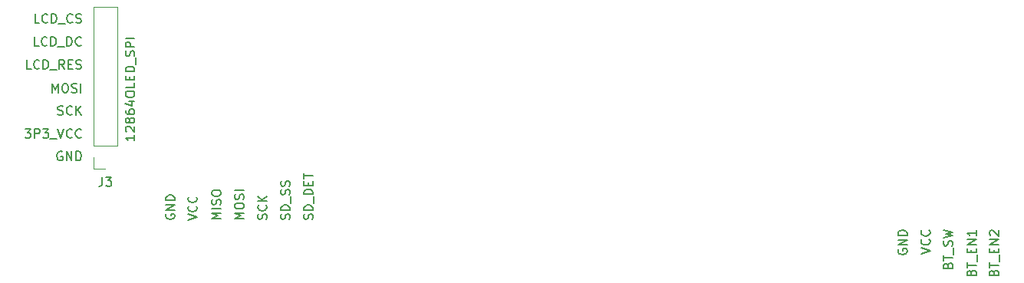
<source format=gto>
G04 #@! TF.GenerationSoftware,KiCad,Pcbnew,5.1.5-52549c5~84~ubuntu18.04.1*
G04 #@! TF.CreationDate,2020-03-25T12:32:36-07:00*
G04 #@! TF.ProjectId,Marlin_UIBOX,4d61726c-696e-45f5-9549-424f582e6b69,rev?*
G04 #@! TF.SameCoordinates,PX55c0260PY70276d0*
G04 #@! TF.FileFunction,Legend,Top*
G04 #@! TF.FilePolarity,Positive*
%FSLAX46Y46*%
G04 Gerber Fmt 4.6, Leading zero omitted, Abs format (unit mm)*
G04 Created by KiCad (PCBNEW 5.1.5-52549c5~84~ubuntu18.04.1) date 2020-03-25 12:32:36*
%MOMM*%
%LPD*%
G04 APERTURE LIST*
%ADD10C,0.150000*%
%ADD11C,0.120000*%
G04 APERTURE END LIST*
D10*
X111498071Y1522358D02*
X111545690Y1665215D01*
X111593309Y1712834D01*
X111688547Y1760453D01*
X111831404Y1760453D01*
X111926642Y1712834D01*
X111974261Y1665215D01*
X112021880Y1569977D01*
X112021880Y1189024D01*
X111021880Y1189024D01*
X111021880Y1522358D01*
X111069500Y1617596D01*
X111117119Y1665215D01*
X111212357Y1712834D01*
X111307595Y1712834D01*
X111402833Y1665215D01*
X111450452Y1617596D01*
X111498071Y1522358D01*
X111498071Y1189024D01*
X111021880Y2046167D02*
X111021880Y2617596D01*
X112021880Y2331881D02*
X111021880Y2331881D01*
X112117119Y2712834D02*
X112117119Y3474739D01*
X111498071Y3712834D02*
X111498071Y4046167D01*
X112021880Y4189024D02*
X112021880Y3712834D01*
X111021880Y3712834D01*
X111021880Y4189024D01*
X112021880Y4617596D02*
X111021880Y4617596D01*
X112021880Y5189024D01*
X111021880Y5189024D01*
X111117119Y5617596D02*
X111069500Y5665215D01*
X111021880Y5760453D01*
X111021880Y5998548D01*
X111069500Y6093786D01*
X111117119Y6141405D01*
X111212357Y6189024D01*
X111307595Y6189024D01*
X111450452Y6141405D01*
X112021880Y5569977D01*
X112021880Y6189024D01*
X100973000Y4093786D02*
X100925380Y3998548D01*
X100925380Y3855691D01*
X100973000Y3712834D01*
X101068238Y3617596D01*
X101163476Y3569977D01*
X101353952Y3522358D01*
X101496809Y3522358D01*
X101687285Y3569977D01*
X101782523Y3617596D01*
X101877761Y3712834D01*
X101925380Y3855691D01*
X101925380Y3950929D01*
X101877761Y4093786D01*
X101830142Y4141405D01*
X101496809Y4141405D01*
X101496809Y3950929D01*
X101925380Y4569977D02*
X100925380Y4569977D01*
X101925380Y5141405D01*
X100925380Y5141405D01*
X101925380Y5617596D02*
X100925380Y5617596D01*
X100925380Y5855691D01*
X100973000Y5998548D01*
X101068238Y6093786D01*
X101163476Y6141405D01*
X101353952Y6189024D01*
X101496809Y6189024D01*
X101687285Y6141405D01*
X101782523Y6093786D01*
X101877761Y5998548D01*
X101925380Y5855691D01*
X101925380Y5617596D01*
X106418071Y2331881D02*
X106465690Y2474739D01*
X106513309Y2522358D01*
X106608547Y2569977D01*
X106751404Y2569977D01*
X106846642Y2522358D01*
X106894261Y2474739D01*
X106941880Y2379500D01*
X106941880Y1998548D01*
X105941880Y1998548D01*
X105941880Y2331881D01*
X105989500Y2427120D01*
X106037119Y2474739D01*
X106132357Y2522358D01*
X106227595Y2522358D01*
X106322833Y2474739D01*
X106370452Y2427120D01*
X106418071Y2331881D01*
X106418071Y1998548D01*
X105941880Y2855691D02*
X105941880Y3427120D01*
X106941880Y3141405D02*
X105941880Y3141405D01*
X107037119Y3522358D02*
X107037119Y4284262D01*
X106894261Y4474739D02*
X106941880Y4617596D01*
X106941880Y4855691D01*
X106894261Y4950929D01*
X106846642Y4998548D01*
X106751404Y5046167D01*
X106656166Y5046167D01*
X106560928Y4998548D01*
X106513309Y4950929D01*
X106465690Y4855691D01*
X106418071Y4665215D01*
X106370452Y4569977D01*
X106322833Y4522358D01*
X106227595Y4474739D01*
X106132357Y4474739D01*
X106037119Y4522358D01*
X105989500Y4569977D01*
X105941880Y4665215D01*
X105941880Y4903310D01*
X105989500Y5046167D01*
X105941880Y5379500D02*
X106941880Y5617596D01*
X106227595Y5808072D01*
X106941880Y5998548D01*
X105941880Y6236643D01*
X109021571Y1522358D02*
X109069190Y1665215D01*
X109116809Y1712834D01*
X109212047Y1760453D01*
X109354904Y1760453D01*
X109450142Y1712834D01*
X109497761Y1665215D01*
X109545380Y1569977D01*
X109545380Y1189024D01*
X108545380Y1189024D01*
X108545380Y1522358D01*
X108593000Y1617596D01*
X108640619Y1665215D01*
X108735857Y1712834D01*
X108831095Y1712834D01*
X108926333Y1665215D01*
X108973952Y1617596D01*
X109021571Y1522358D01*
X109021571Y1189024D01*
X108545380Y2046167D02*
X108545380Y2617596D01*
X109545380Y2331881D02*
X108545380Y2331881D01*
X109640619Y2712834D02*
X109640619Y3474739D01*
X109021571Y3712834D02*
X109021571Y4046167D01*
X109545380Y4189024D02*
X109545380Y3712834D01*
X108545380Y3712834D01*
X108545380Y4189024D01*
X109545380Y4617596D02*
X108545380Y4617596D01*
X109545380Y5189024D01*
X108545380Y5189024D01*
X109545380Y6189024D02*
X109545380Y5617596D01*
X109545380Y5903310D02*
X108545380Y5903310D01*
X108688238Y5808072D01*
X108783476Y5712834D01*
X108831095Y5617596D01*
X103465380Y3617596D02*
X104465380Y3950929D01*
X103465380Y4284262D01*
X104370142Y5189024D02*
X104417761Y5141405D01*
X104465380Y4998548D01*
X104465380Y4903310D01*
X104417761Y4760453D01*
X104322523Y4665215D01*
X104227285Y4617596D01*
X104036809Y4569977D01*
X103893952Y4569977D01*
X103703476Y4617596D01*
X103608238Y4665215D01*
X103513000Y4760453D01*
X103465380Y4903310D01*
X103465380Y4998548D01*
X103513000Y5141405D01*
X103560619Y5189024D01*
X104370142Y6189024D02*
X104417761Y6141405D01*
X104465380Y5998548D01*
X104465380Y5903310D01*
X104417761Y5760453D01*
X104322523Y5665215D01*
X104227285Y5617596D01*
X104036809Y5569977D01*
X103893952Y5569977D01*
X103703476Y5617596D01*
X103608238Y5665215D01*
X103513000Y5760453D01*
X103465380Y5903310D01*
X103465380Y5998548D01*
X103513000Y6141405D01*
X103560619Y6189024D01*
X31202261Y7399977D02*
X31249880Y7542834D01*
X31249880Y7780929D01*
X31202261Y7876167D01*
X31154642Y7923786D01*
X31059404Y7971405D01*
X30964166Y7971405D01*
X30868928Y7923786D01*
X30821309Y7876167D01*
X30773690Y7780929D01*
X30726071Y7590453D01*
X30678452Y7495215D01*
X30630833Y7447596D01*
X30535595Y7399977D01*
X30440357Y7399977D01*
X30345119Y7447596D01*
X30297500Y7495215D01*
X30249880Y7590453D01*
X30249880Y7828548D01*
X30297500Y7971405D01*
X31154642Y8971405D02*
X31202261Y8923786D01*
X31249880Y8780929D01*
X31249880Y8685691D01*
X31202261Y8542834D01*
X31107023Y8447596D01*
X31011785Y8399977D01*
X30821309Y8352358D01*
X30678452Y8352358D01*
X30487976Y8399977D01*
X30392738Y8447596D01*
X30297500Y8542834D01*
X30249880Y8685691D01*
X30249880Y8780929D01*
X30297500Y8923786D01*
X30345119Y8971405D01*
X31249880Y9399977D02*
X30249880Y9399977D01*
X31249880Y9971405D02*
X30678452Y9542834D01*
X30249880Y9971405D02*
X30821309Y9399977D01*
X26169880Y7447596D02*
X25169880Y7447596D01*
X25884166Y7780929D01*
X25169880Y8114262D01*
X26169880Y8114262D01*
X26169880Y8590453D02*
X25169880Y8590453D01*
X26122261Y9019024D02*
X26169880Y9161881D01*
X26169880Y9399977D01*
X26122261Y9495215D01*
X26074642Y9542834D01*
X25979404Y9590453D01*
X25884166Y9590453D01*
X25788928Y9542834D01*
X25741309Y9495215D01*
X25693690Y9399977D01*
X25646071Y9209500D01*
X25598452Y9114262D01*
X25550833Y9066643D01*
X25455595Y9019024D01*
X25360357Y9019024D01*
X25265119Y9066643D01*
X25217500Y9114262D01*
X25169880Y9209500D01*
X25169880Y9447596D01*
X25217500Y9590453D01*
X25169880Y10209500D02*
X25169880Y10399977D01*
X25217500Y10495215D01*
X25312738Y10590453D01*
X25503214Y10638072D01*
X25836547Y10638072D01*
X26027023Y10590453D01*
X26122261Y10495215D01*
X26169880Y10399977D01*
X26169880Y10209500D01*
X26122261Y10114262D01*
X26027023Y10019024D01*
X25836547Y9971405D01*
X25503214Y9971405D01*
X25312738Y10019024D01*
X25217500Y10114262D01*
X25169880Y10209500D01*
X22566380Y7304739D02*
X23566380Y7638072D01*
X22566380Y7971405D01*
X23471142Y8876167D02*
X23518761Y8828548D01*
X23566380Y8685691D01*
X23566380Y8590453D01*
X23518761Y8447596D01*
X23423523Y8352358D01*
X23328285Y8304739D01*
X23137809Y8257120D01*
X22994952Y8257120D01*
X22804476Y8304739D01*
X22709238Y8352358D01*
X22614000Y8447596D01*
X22566380Y8590453D01*
X22566380Y8685691D01*
X22614000Y8828548D01*
X22661619Y8876167D01*
X23471142Y9876167D02*
X23518761Y9828548D01*
X23566380Y9685691D01*
X23566380Y9590453D01*
X23518761Y9447596D01*
X23423523Y9352358D01*
X23328285Y9304739D01*
X23137809Y9257120D01*
X22994952Y9257120D01*
X22804476Y9304739D01*
X22709238Y9352358D01*
X22614000Y9447596D01*
X22566380Y9590453D01*
X22566380Y9685691D01*
X22614000Y9828548D01*
X22661619Y9876167D01*
X20137500Y7971405D02*
X20089880Y7876167D01*
X20089880Y7733310D01*
X20137500Y7590453D01*
X20232738Y7495215D01*
X20327976Y7447596D01*
X20518452Y7399977D01*
X20661309Y7399977D01*
X20851785Y7447596D01*
X20947023Y7495215D01*
X21042261Y7590453D01*
X21089880Y7733310D01*
X21089880Y7828548D01*
X21042261Y7971405D01*
X20994642Y8019024D01*
X20661309Y8019024D01*
X20661309Y7828548D01*
X21089880Y8447596D02*
X20089880Y8447596D01*
X21089880Y9019024D01*
X20089880Y9019024D01*
X21089880Y9495215D02*
X20089880Y9495215D01*
X20089880Y9733310D01*
X20137500Y9876167D01*
X20232738Y9971405D01*
X20327976Y10019024D01*
X20518452Y10066643D01*
X20661309Y10066643D01*
X20851785Y10019024D01*
X20947023Y9971405D01*
X21042261Y9876167D01*
X21089880Y9733310D01*
X21089880Y9495215D01*
X33742261Y7399977D02*
X33789880Y7542834D01*
X33789880Y7780929D01*
X33742261Y7876167D01*
X33694642Y7923786D01*
X33599404Y7971405D01*
X33504166Y7971405D01*
X33408928Y7923786D01*
X33361309Y7876167D01*
X33313690Y7780929D01*
X33266071Y7590453D01*
X33218452Y7495215D01*
X33170833Y7447596D01*
X33075595Y7399977D01*
X32980357Y7399977D01*
X32885119Y7447596D01*
X32837500Y7495215D01*
X32789880Y7590453D01*
X32789880Y7828548D01*
X32837500Y7971405D01*
X33789880Y8399977D02*
X32789880Y8399977D01*
X32789880Y8638072D01*
X32837500Y8780929D01*
X32932738Y8876167D01*
X33027976Y8923786D01*
X33218452Y8971405D01*
X33361309Y8971405D01*
X33551785Y8923786D01*
X33647023Y8876167D01*
X33742261Y8780929D01*
X33789880Y8638072D01*
X33789880Y8399977D01*
X33885119Y9161881D02*
X33885119Y9923786D01*
X33742261Y10114262D02*
X33789880Y10257120D01*
X33789880Y10495215D01*
X33742261Y10590453D01*
X33694642Y10638072D01*
X33599404Y10685691D01*
X33504166Y10685691D01*
X33408928Y10638072D01*
X33361309Y10590453D01*
X33313690Y10495215D01*
X33266071Y10304739D01*
X33218452Y10209500D01*
X33170833Y10161881D01*
X33075595Y10114262D01*
X32980357Y10114262D01*
X32885119Y10161881D01*
X32837500Y10209500D01*
X32789880Y10304739D01*
X32789880Y10542834D01*
X32837500Y10685691D01*
X33742261Y11066643D02*
X33789880Y11209500D01*
X33789880Y11447596D01*
X33742261Y11542834D01*
X33694642Y11590453D01*
X33599404Y11638072D01*
X33504166Y11638072D01*
X33408928Y11590453D01*
X33361309Y11542834D01*
X33313690Y11447596D01*
X33266071Y11257120D01*
X33218452Y11161881D01*
X33170833Y11114262D01*
X33075595Y11066643D01*
X32980357Y11066643D01*
X32885119Y11114262D01*
X32837500Y11161881D01*
X32789880Y11257120D01*
X32789880Y11495215D01*
X32837500Y11638072D01*
X28709880Y7447596D02*
X27709880Y7447596D01*
X28424166Y7780929D01*
X27709880Y8114262D01*
X28709880Y8114262D01*
X27709880Y8780929D02*
X27709880Y8971405D01*
X27757500Y9066643D01*
X27852738Y9161881D01*
X28043214Y9209500D01*
X28376547Y9209500D01*
X28567023Y9161881D01*
X28662261Y9066643D01*
X28709880Y8971405D01*
X28709880Y8780929D01*
X28662261Y8685691D01*
X28567023Y8590453D01*
X28376547Y8542834D01*
X28043214Y8542834D01*
X27852738Y8590453D01*
X27757500Y8685691D01*
X27709880Y8780929D01*
X28662261Y9590453D02*
X28709880Y9733310D01*
X28709880Y9971405D01*
X28662261Y10066643D01*
X28614642Y10114262D01*
X28519404Y10161881D01*
X28424166Y10161881D01*
X28328928Y10114262D01*
X28281309Y10066643D01*
X28233690Y9971405D01*
X28186071Y9780929D01*
X28138452Y9685691D01*
X28090833Y9638072D01*
X27995595Y9590453D01*
X27900357Y9590453D01*
X27805119Y9638072D01*
X27757500Y9685691D01*
X27709880Y9780929D01*
X27709880Y10019024D01*
X27757500Y10161881D01*
X28709880Y10590453D02*
X27709880Y10590453D01*
X36282261Y7399977D02*
X36329880Y7542834D01*
X36329880Y7780929D01*
X36282261Y7876167D01*
X36234642Y7923786D01*
X36139404Y7971405D01*
X36044166Y7971405D01*
X35948928Y7923786D01*
X35901309Y7876167D01*
X35853690Y7780929D01*
X35806071Y7590453D01*
X35758452Y7495215D01*
X35710833Y7447596D01*
X35615595Y7399977D01*
X35520357Y7399977D01*
X35425119Y7447596D01*
X35377500Y7495215D01*
X35329880Y7590453D01*
X35329880Y7828548D01*
X35377500Y7971405D01*
X36329880Y8399977D02*
X35329880Y8399977D01*
X35329880Y8638072D01*
X35377500Y8780929D01*
X35472738Y8876167D01*
X35567976Y8923786D01*
X35758452Y8971405D01*
X35901309Y8971405D01*
X36091785Y8923786D01*
X36187023Y8876167D01*
X36282261Y8780929D01*
X36329880Y8638072D01*
X36329880Y8399977D01*
X36425119Y9161881D02*
X36425119Y9923786D01*
X36329880Y10161881D02*
X35329880Y10161881D01*
X35329880Y10399977D01*
X35377500Y10542834D01*
X35472738Y10638072D01*
X35567976Y10685691D01*
X35758452Y10733310D01*
X35901309Y10733310D01*
X36091785Y10685691D01*
X36187023Y10638072D01*
X36282261Y10542834D01*
X36329880Y10399977D01*
X36329880Y10161881D01*
X35806071Y11161881D02*
X35806071Y11495215D01*
X36329880Y11638072D02*
X36329880Y11161881D01*
X35329880Y11161881D01*
X35329880Y11638072D01*
X35329880Y11923786D02*
X35329880Y12495215D01*
X36329880Y12209500D02*
X35329880Y12209500D01*
X6094357Y26535120D02*
X5618166Y26535120D01*
X5618166Y27535120D01*
X6999119Y26630358D02*
X6951500Y26582739D01*
X6808642Y26535120D01*
X6713404Y26535120D01*
X6570547Y26582739D01*
X6475309Y26677977D01*
X6427690Y26773215D01*
X6380071Y26963691D01*
X6380071Y27106548D01*
X6427690Y27297024D01*
X6475309Y27392262D01*
X6570547Y27487500D01*
X6713404Y27535120D01*
X6808642Y27535120D01*
X6951500Y27487500D01*
X6999119Y27439881D01*
X7427690Y26535120D02*
X7427690Y27535120D01*
X7665785Y27535120D01*
X7808642Y27487500D01*
X7903880Y27392262D01*
X7951500Y27297024D01*
X7999119Y27106548D01*
X7999119Y26963691D01*
X7951500Y26773215D01*
X7903880Y26677977D01*
X7808642Y26582739D01*
X7665785Y26535120D01*
X7427690Y26535120D01*
X8189595Y26439881D02*
X8951500Y26439881D01*
X9189595Y26535120D02*
X9189595Y27535120D01*
X9427690Y27535120D01*
X9570547Y27487500D01*
X9665785Y27392262D01*
X9713404Y27297024D01*
X9761023Y27106548D01*
X9761023Y26963691D01*
X9713404Y26773215D01*
X9665785Y26677977D01*
X9570547Y26582739D01*
X9427690Y26535120D01*
X9189595Y26535120D01*
X10761023Y26630358D02*
X10713404Y26582739D01*
X10570547Y26535120D01*
X10475309Y26535120D01*
X10332452Y26582739D01*
X10237214Y26677977D01*
X10189595Y26773215D01*
X10141976Y26963691D01*
X10141976Y27106548D01*
X10189595Y27297024D01*
X10237214Y27392262D01*
X10332452Y27487500D01*
X10475309Y27535120D01*
X10570547Y27535120D01*
X10713404Y27487500D01*
X10761023Y27439881D01*
X5237214Y23995120D02*
X4761023Y23995120D01*
X4761023Y24995120D01*
X6141976Y24090358D02*
X6094357Y24042739D01*
X5951500Y23995120D01*
X5856261Y23995120D01*
X5713404Y24042739D01*
X5618166Y24137977D01*
X5570547Y24233215D01*
X5522928Y24423691D01*
X5522928Y24566548D01*
X5570547Y24757024D01*
X5618166Y24852262D01*
X5713404Y24947500D01*
X5856261Y24995120D01*
X5951500Y24995120D01*
X6094357Y24947500D01*
X6141976Y24899881D01*
X6570547Y23995120D02*
X6570547Y24995120D01*
X6808642Y24995120D01*
X6951500Y24947500D01*
X7046738Y24852262D01*
X7094357Y24757024D01*
X7141976Y24566548D01*
X7141976Y24423691D01*
X7094357Y24233215D01*
X7046738Y24137977D01*
X6951500Y24042739D01*
X6808642Y23995120D01*
X6570547Y23995120D01*
X7332452Y23899881D02*
X8094357Y23899881D01*
X8903880Y23995120D02*
X8570547Y24471310D01*
X8332452Y23995120D02*
X8332452Y24995120D01*
X8713404Y24995120D01*
X8808642Y24947500D01*
X8856261Y24899881D01*
X8903880Y24804643D01*
X8903880Y24661786D01*
X8856261Y24566548D01*
X8808642Y24518929D01*
X8713404Y24471310D01*
X8332452Y24471310D01*
X9332452Y24518929D02*
X9665785Y24518929D01*
X9808642Y23995120D02*
X9332452Y23995120D01*
X9332452Y24995120D01*
X9808642Y24995120D01*
X10189595Y24042739D02*
X10332452Y23995120D01*
X10570547Y23995120D01*
X10665785Y24042739D01*
X10713404Y24090358D01*
X10761023Y24185596D01*
X10761023Y24280834D01*
X10713404Y24376072D01*
X10665785Y24423691D01*
X10570547Y24471310D01*
X10380071Y24518929D01*
X10284833Y24566548D01*
X10237214Y24614167D01*
X10189595Y24709405D01*
X10189595Y24804643D01*
X10237214Y24899881D01*
X10284833Y24947500D01*
X10380071Y24995120D01*
X10618166Y24995120D01*
X10761023Y24947500D01*
X6141976Y29075120D02*
X5665785Y29075120D01*
X5665785Y30075120D01*
X7046738Y29170358D02*
X6999119Y29122739D01*
X6856261Y29075120D01*
X6761023Y29075120D01*
X6618166Y29122739D01*
X6522928Y29217977D01*
X6475309Y29313215D01*
X6427690Y29503691D01*
X6427690Y29646548D01*
X6475309Y29837024D01*
X6522928Y29932262D01*
X6618166Y30027500D01*
X6761023Y30075120D01*
X6856261Y30075120D01*
X6999119Y30027500D01*
X7046738Y29979881D01*
X7475309Y29075120D02*
X7475309Y30075120D01*
X7713404Y30075120D01*
X7856261Y30027500D01*
X7951500Y29932262D01*
X7999119Y29837024D01*
X8046738Y29646548D01*
X8046738Y29503691D01*
X7999119Y29313215D01*
X7951500Y29217977D01*
X7856261Y29122739D01*
X7713404Y29075120D01*
X7475309Y29075120D01*
X8237214Y28979881D02*
X8999119Y28979881D01*
X9808642Y29170358D02*
X9761023Y29122739D01*
X9618166Y29075120D01*
X9522928Y29075120D01*
X9380071Y29122739D01*
X9284833Y29217977D01*
X9237214Y29313215D01*
X9189595Y29503691D01*
X9189595Y29646548D01*
X9237214Y29837024D01*
X9284833Y29932262D01*
X9380071Y30027500D01*
X9522928Y30075120D01*
X9618166Y30075120D01*
X9761023Y30027500D01*
X9808642Y29979881D01*
X10189595Y29122739D02*
X10332452Y29075120D01*
X10570547Y29075120D01*
X10665785Y29122739D01*
X10713404Y29170358D01*
X10761023Y29265596D01*
X10761023Y29360834D01*
X10713404Y29456072D01*
X10665785Y29503691D01*
X10570547Y29551310D01*
X10380071Y29598929D01*
X10284833Y29646548D01*
X10237214Y29694167D01*
X10189595Y29789405D01*
X10189595Y29884643D01*
X10237214Y29979881D01*
X10284833Y30027500D01*
X10380071Y30075120D01*
X10618166Y30075120D01*
X10761023Y30027500D01*
X7570547Y21391620D02*
X7570547Y22391620D01*
X7903880Y21677334D01*
X8237214Y22391620D01*
X8237214Y21391620D01*
X8903880Y22391620D02*
X9094357Y22391620D01*
X9189595Y22344000D01*
X9284833Y22248762D01*
X9332452Y22058286D01*
X9332452Y21724953D01*
X9284833Y21534477D01*
X9189595Y21439239D01*
X9094357Y21391620D01*
X8903880Y21391620D01*
X8808642Y21439239D01*
X8713404Y21534477D01*
X8665785Y21724953D01*
X8665785Y22058286D01*
X8713404Y22248762D01*
X8808642Y22344000D01*
X8903880Y22391620D01*
X9713404Y21439239D02*
X9856261Y21391620D01*
X10094357Y21391620D01*
X10189595Y21439239D01*
X10237214Y21486858D01*
X10284833Y21582096D01*
X10284833Y21677334D01*
X10237214Y21772572D01*
X10189595Y21820191D01*
X10094357Y21867810D01*
X9903880Y21915429D01*
X9808642Y21963048D01*
X9761023Y22010667D01*
X9713404Y22105905D01*
X9713404Y22201143D01*
X9761023Y22296381D01*
X9808642Y22344000D01*
X9903880Y22391620D01*
X10141976Y22391620D01*
X10284833Y22344000D01*
X10713404Y21391620D02*
X10713404Y22391620D01*
X8189595Y18962739D02*
X8332452Y18915120D01*
X8570547Y18915120D01*
X8665785Y18962739D01*
X8713404Y19010358D01*
X8761023Y19105596D01*
X8761023Y19200834D01*
X8713404Y19296072D01*
X8665785Y19343691D01*
X8570547Y19391310D01*
X8380071Y19438929D01*
X8284833Y19486548D01*
X8237214Y19534167D01*
X8189595Y19629405D01*
X8189595Y19724643D01*
X8237214Y19819881D01*
X8284833Y19867500D01*
X8380071Y19915120D01*
X8618166Y19915120D01*
X8761023Y19867500D01*
X9761023Y19010358D02*
X9713404Y18962739D01*
X9570547Y18915120D01*
X9475309Y18915120D01*
X9332452Y18962739D01*
X9237214Y19057977D01*
X9189595Y19153215D01*
X9141976Y19343691D01*
X9141976Y19486548D01*
X9189595Y19677024D01*
X9237214Y19772262D01*
X9332452Y19867500D01*
X9475309Y19915120D01*
X9570547Y19915120D01*
X9713404Y19867500D01*
X9761023Y19819881D01*
X10189595Y18915120D02*
X10189595Y19915120D01*
X10761023Y18915120D02*
X10332452Y19486548D01*
X10761023Y19915120D02*
X10189595Y19343691D01*
X4570547Y17375120D02*
X5189595Y17375120D01*
X4856261Y16994167D01*
X4999119Y16994167D01*
X5094357Y16946548D01*
X5141976Y16898929D01*
X5189595Y16803691D01*
X5189595Y16565596D01*
X5141976Y16470358D01*
X5094357Y16422739D01*
X4999119Y16375120D01*
X4713404Y16375120D01*
X4618166Y16422739D01*
X4570547Y16470358D01*
X5618166Y16375120D02*
X5618166Y17375120D01*
X5999119Y17375120D01*
X6094357Y17327500D01*
X6141976Y17279881D01*
X6189595Y17184643D01*
X6189595Y17041786D01*
X6141976Y16946548D01*
X6094357Y16898929D01*
X5999119Y16851310D01*
X5618166Y16851310D01*
X6522928Y17375120D02*
X7141976Y17375120D01*
X6808642Y16994167D01*
X6951500Y16994167D01*
X7046738Y16946548D01*
X7094357Y16898929D01*
X7141976Y16803691D01*
X7141976Y16565596D01*
X7094357Y16470358D01*
X7046738Y16422739D01*
X6951500Y16375120D01*
X6665785Y16375120D01*
X6570547Y16422739D01*
X6522928Y16470358D01*
X7332452Y16279881D02*
X8094357Y16279881D01*
X8189595Y17375120D02*
X8522928Y16375120D01*
X8856261Y17375120D01*
X9761023Y16470358D02*
X9713404Y16422739D01*
X9570547Y16375120D01*
X9475309Y16375120D01*
X9332452Y16422739D01*
X9237214Y16517977D01*
X9189595Y16613215D01*
X9141976Y16803691D01*
X9141976Y16946548D01*
X9189595Y17137024D01*
X9237214Y17232262D01*
X9332452Y17327500D01*
X9475309Y17375120D01*
X9570547Y17375120D01*
X9713404Y17327500D01*
X9761023Y17279881D01*
X10761023Y16470358D02*
X10713404Y16422739D01*
X10570547Y16375120D01*
X10475309Y16375120D01*
X10332452Y16422739D01*
X10237214Y16517977D01*
X10189595Y16613215D01*
X10141976Y16803691D01*
X10141976Y16946548D01*
X10189595Y17137024D01*
X10237214Y17232262D01*
X10332452Y17327500D01*
X10475309Y17375120D01*
X10570547Y17375120D01*
X10713404Y17327500D01*
X10761023Y17279881D01*
X8665785Y14851000D02*
X8570547Y14898620D01*
X8427690Y14898620D01*
X8284833Y14851000D01*
X8189595Y14755762D01*
X8141976Y14660524D01*
X8094357Y14470048D01*
X8094357Y14327191D01*
X8141976Y14136715D01*
X8189595Y14041477D01*
X8284833Y13946239D01*
X8427690Y13898620D01*
X8522928Y13898620D01*
X8665785Y13946239D01*
X8713404Y13993858D01*
X8713404Y14327191D01*
X8522928Y14327191D01*
X9141976Y13898620D02*
X9141976Y14898620D01*
X9713404Y13898620D01*
X9713404Y14898620D01*
X10189595Y13898620D02*
X10189595Y14898620D01*
X10427690Y14898620D01*
X10570547Y14851000D01*
X10665785Y14755762D01*
X10713404Y14660524D01*
X10761023Y14470048D01*
X10761023Y14327191D01*
X10713404Y14136715D01*
X10665785Y14041477D01*
X10570547Y13946239D01*
X10427690Y13898620D01*
X10189595Y13898620D01*
D11*
X13434000Y12952000D02*
X12104000Y12952000D01*
X12104000Y12952000D02*
X12104000Y14282000D01*
X12104000Y15552000D02*
X12104000Y30852000D01*
X14764000Y30852000D02*
X12104000Y30852000D01*
X14764000Y15552000D02*
X14764000Y30852000D01*
X14764000Y15552000D02*
X12104000Y15552000D01*
D10*
X13100666Y12059620D02*
X13100666Y11345334D01*
X13053047Y11202477D01*
X12957809Y11107239D01*
X12814952Y11059620D01*
X12719714Y11059620D01*
X13481619Y12059620D02*
X14100666Y12059620D01*
X13767333Y11678667D01*
X13910190Y11678667D01*
X14005428Y11631048D01*
X14053047Y11583429D01*
X14100666Y11488191D01*
X14100666Y11250096D01*
X14053047Y11154858D01*
X14005428Y11107239D01*
X13910190Y11059620D01*
X13624476Y11059620D01*
X13529238Y11107239D01*
X13481619Y11154858D01*
X16657580Y16697962D02*
X16657580Y16126534D01*
X16657580Y16412248D02*
X15657580Y16412248D01*
X15800438Y16317010D01*
X15895676Y16221772D01*
X15943295Y16126534D01*
X15752819Y17078915D02*
X15705200Y17126534D01*
X15657580Y17221772D01*
X15657580Y17459867D01*
X15705200Y17555105D01*
X15752819Y17602724D01*
X15848057Y17650343D01*
X15943295Y17650343D01*
X16086152Y17602724D01*
X16657580Y17031296D01*
X16657580Y17650343D01*
X16086152Y18221772D02*
X16038533Y18126534D01*
X15990914Y18078915D01*
X15895676Y18031296D01*
X15848057Y18031296D01*
X15752819Y18078915D01*
X15705200Y18126534D01*
X15657580Y18221772D01*
X15657580Y18412248D01*
X15705200Y18507486D01*
X15752819Y18555105D01*
X15848057Y18602724D01*
X15895676Y18602724D01*
X15990914Y18555105D01*
X16038533Y18507486D01*
X16086152Y18412248D01*
X16086152Y18221772D01*
X16133771Y18126534D01*
X16181390Y18078915D01*
X16276628Y18031296D01*
X16467104Y18031296D01*
X16562342Y18078915D01*
X16609961Y18126534D01*
X16657580Y18221772D01*
X16657580Y18412248D01*
X16609961Y18507486D01*
X16562342Y18555105D01*
X16467104Y18602724D01*
X16276628Y18602724D01*
X16181390Y18555105D01*
X16133771Y18507486D01*
X16086152Y18412248D01*
X15657580Y19459867D02*
X15657580Y19269391D01*
X15705200Y19174153D01*
X15752819Y19126534D01*
X15895676Y19031296D01*
X16086152Y18983677D01*
X16467104Y18983677D01*
X16562342Y19031296D01*
X16609961Y19078915D01*
X16657580Y19174153D01*
X16657580Y19364629D01*
X16609961Y19459867D01*
X16562342Y19507486D01*
X16467104Y19555105D01*
X16229009Y19555105D01*
X16133771Y19507486D01*
X16086152Y19459867D01*
X16038533Y19364629D01*
X16038533Y19174153D01*
X16086152Y19078915D01*
X16133771Y19031296D01*
X16229009Y18983677D01*
X15990914Y20412248D02*
X16657580Y20412248D01*
X15609961Y20174153D02*
X16324247Y19936058D01*
X16324247Y20555105D01*
X15657580Y21126534D02*
X15657580Y21317010D01*
X15705200Y21412248D01*
X15800438Y21507486D01*
X15990914Y21555105D01*
X16324247Y21555105D01*
X16514723Y21507486D01*
X16609961Y21412248D01*
X16657580Y21317010D01*
X16657580Y21126534D01*
X16609961Y21031296D01*
X16514723Y20936058D01*
X16324247Y20888439D01*
X15990914Y20888439D01*
X15800438Y20936058D01*
X15705200Y21031296D01*
X15657580Y21126534D01*
X16657580Y22459867D02*
X16657580Y21983677D01*
X15657580Y21983677D01*
X16133771Y22793200D02*
X16133771Y23126534D01*
X16657580Y23269391D02*
X16657580Y22793200D01*
X15657580Y22793200D01*
X15657580Y23269391D01*
X16657580Y23697962D02*
X15657580Y23697962D01*
X15657580Y23936058D01*
X15705200Y24078915D01*
X15800438Y24174153D01*
X15895676Y24221772D01*
X16086152Y24269391D01*
X16229009Y24269391D01*
X16419485Y24221772D01*
X16514723Y24174153D01*
X16609961Y24078915D01*
X16657580Y23936058D01*
X16657580Y23697962D01*
X16752819Y24459867D02*
X16752819Y25221772D01*
X16609961Y25412248D02*
X16657580Y25555105D01*
X16657580Y25793200D01*
X16609961Y25888439D01*
X16562342Y25936058D01*
X16467104Y25983677D01*
X16371866Y25983677D01*
X16276628Y25936058D01*
X16229009Y25888439D01*
X16181390Y25793200D01*
X16133771Y25602724D01*
X16086152Y25507486D01*
X16038533Y25459867D01*
X15943295Y25412248D01*
X15848057Y25412248D01*
X15752819Y25459867D01*
X15705200Y25507486D01*
X15657580Y25602724D01*
X15657580Y25840820D01*
X15705200Y25983677D01*
X16657580Y26412248D02*
X15657580Y26412248D01*
X15657580Y26793200D01*
X15705200Y26888439D01*
X15752819Y26936058D01*
X15848057Y26983677D01*
X15990914Y26983677D01*
X16086152Y26936058D01*
X16133771Y26888439D01*
X16181390Y26793200D01*
X16181390Y26412248D01*
X16657580Y27412248D02*
X15657580Y27412248D01*
M02*

</source>
